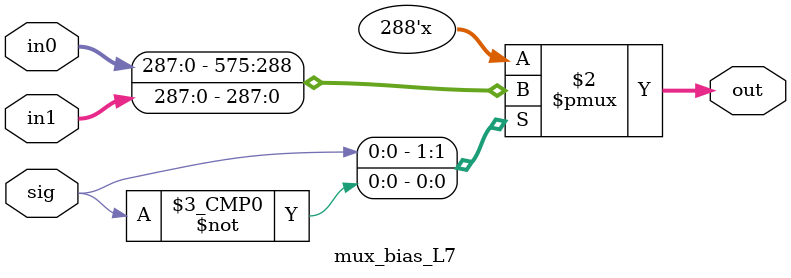
<source format=v>
module mux_bias_L7(in0,in1, sig,out);
input [16*18-1:0] in0,in1;
input  sig;
output reg [16*18-1:0]  out;
 
always@(*)
begin
    case(sig)
    1'b1:  out=in0;
    1'b0:  out=in1;
    
    endcase
end
endmodule
</source>
